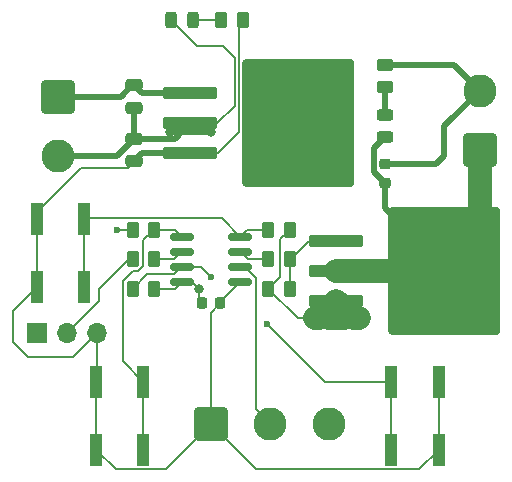
<source format=gtl>
%TF.GenerationSoftware,KiCad,Pcbnew,9.0.0*%
%TF.CreationDate,2025-03-26T19:28:16+01:00*%
%TF.ProjectId,attiny_pwm,61747469-6e79-45f7-9077-6d2e6b696361,1*%
%TF.SameCoordinates,Original*%
%TF.FileFunction,Copper,L1,Top*%
%TF.FilePolarity,Positive*%
%FSLAX46Y46*%
G04 Gerber Fmt 4.6, Leading zero omitted, Abs format (unit mm)*
G04 Created by KiCad (PCBNEW 9.0.0) date 2025-03-26 19:28:16*
%MOMM*%
%LPD*%
G01*
G04 APERTURE LIST*
G04 Aperture macros list*
%AMRoundRect*
0 Rectangle with rounded corners*
0 $1 Rounding radius*
0 $2 $3 $4 $5 $6 $7 $8 $9 X,Y pos of 4 corners*
0 Add a 4 corners polygon primitive as box body*
4,1,4,$2,$3,$4,$5,$6,$7,$8,$9,$2,$3,0*
0 Add four circle primitives for the rounded corners*
1,1,$1+$1,$2,$3*
1,1,$1+$1,$4,$5*
1,1,$1+$1,$6,$7*
1,1,$1+$1,$8,$9*
0 Add four rect primitives between the rounded corners*
20,1,$1+$1,$2,$3,$4,$5,0*
20,1,$1+$1,$4,$5,$6,$7,0*
20,1,$1+$1,$6,$7,$8,$9,0*
20,1,$1+$1,$8,$9,$2,$3,0*%
G04 Aperture macros list end*
%TA.AperFunction,SMDPad,CuDef*%
%ADD10R,1.000000X2.750000*%
%TD*%
%TA.AperFunction,SMDPad,CuDef*%
%ADD11RoundRect,0.218750X-0.256250X0.218750X-0.256250X-0.218750X0.256250X-0.218750X0.256250X0.218750X0*%
%TD*%
%TA.AperFunction,ComponentPad*%
%ADD12O,1.700000X1.700000*%
%TD*%
%TA.AperFunction,ComponentPad*%
%ADD13R,1.700000X1.700000*%
%TD*%
%TA.AperFunction,SMDPad,CuDef*%
%ADD14RoundRect,0.250000X-2.025000X-2.375000X2.025000X-2.375000X2.025000X2.375000X-2.025000X2.375000X0*%
%TD*%
%TA.AperFunction,SMDPad,CuDef*%
%ADD15RoundRect,0.250002X-4.449998X-5.149998X4.449998X-5.149998X4.449998X5.149998X-4.449998X5.149998X0*%
%TD*%
%TA.AperFunction,SMDPad,CuDef*%
%ADD16RoundRect,0.250000X-2.050000X-0.300000X2.050000X-0.300000X2.050000X0.300000X-2.050000X0.300000X0*%
%TD*%
%TA.AperFunction,SMDPad,CuDef*%
%ADD17RoundRect,0.250000X-0.450000X0.262500X-0.450000X-0.262500X0.450000X-0.262500X0.450000X0.262500X0*%
%TD*%
%TA.AperFunction,ComponentPad*%
%ADD18C,2.800000*%
%TD*%
%TA.AperFunction,ComponentPad*%
%ADD19RoundRect,0.250001X-1.149999X-1.149999X1.149999X-1.149999X1.149999X1.149999X-1.149999X1.149999X0*%
%TD*%
%TA.AperFunction,SMDPad,CuDef*%
%ADD20RoundRect,0.250000X-0.262500X-0.450000X0.262500X-0.450000X0.262500X0.450000X-0.262500X0.450000X0*%
%TD*%
%TA.AperFunction,SMDPad,CuDef*%
%ADD21RoundRect,0.250000X0.475000X-0.250000X0.475000X0.250000X-0.475000X0.250000X-0.475000X-0.250000X0*%
%TD*%
%TA.AperFunction,SMDPad,CuDef*%
%ADD22RoundRect,0.243750X-0.243750X-0.456250X0.243750X-0.456250X0.243750X0.456250X-0.243750X0.456250X0*%
%TD*%
%TA.AperFunction,SMDPad,CuDef*%
%ADD23RoundRect,0.250000X-0.475000X0.250000X-0.475000X-0.250000X0.475000X-0.250000X0.475000X0.250000X0*%
%TD*%
%TA.AperFunction,ComponentPad*%
%ADD24RoundRect,0.250001X1.149999X-1.149999X1.149999X1.149999X-1.149999X1.149999X-1.149999X-1.149999X0*%
%TD*%
%TA.AperFunction,ComponentPad*%
%ADD25RoundRect,0.250001X-1.149999X1.149999X-1.149999X-1.149999X1.149999X-1.149999X1.149999X1.149999X0*%
%TD*%
%TA.AperFunction,SMDPad,CuDef*%
%ADD26RoundRect,0.243750X0.456250X-0.243750X0.456250X0.243750X-0.456250X0.243750X-0.456250X-0.243750X0*%
%TD*%
%TA.AperFunction,SMDPad,CuDef*%
%ADD27RoundRect,0.150000X0.825000X0.150000X-0.825000X0.150000X-0.825000X-0.150000X0.825000X-0.150000X0*%
%TD*%
%TA.AperFunction,SMDPad,CuDef*%
%ADD28RoundRect,0.250000X0.262500X0.450000X-0.262500X0.450000X-0.262500X-0.450000X0.262500X-0.450000X0*%
%TD*%
%TA.AperFunction,SMDPad,CuDef*%
%ADD29RoundRect,0.225000X0.225000X0.250000X-0.225000X0.250000X-0.225000X-0.250000X0.225000X-0.250000X0*%
%TD*%
%TA.AperFunction,ViaPad*%
%ADD30C,0.800000*%
%TD*%
%TA.AperFunction,ViaPad*%
%ADD31C,0.600000*%
%TD*%
%TA.AperFunction,Conductor*%
%ADD32C,0.200000*%
%TD*%
%TA.AperFunction,Conductor*%
%ADD33C,2.000000*%
%TD*%
%TA.AperFunction,Conductor*%
%ADD34C,0.500000*%
%TD*%
G04 APERTURE END LIST*
D10*
%TO.P,SW2,2,2*%
%TO.N,Net-(U2-PA2)*%
X148673000Y-125507000D03*
X148673000Y-131257000D03*
%TO.P,SW2,1,1*%
%TO.N,5V*%
X144673000Y-125507000D03*
X144673000Y-131257000D03*
%TD*%
D11*
%TO.P,D2,2,A*%
%TO.N,Net-(D2-A)*%
X169173000Y-108669500D03*
%TO.P,D2,1,K*%
%TO.N,/Vin*%
X169173000Y-107094500D03*
%TD*%
D12*
%TO.P,J2,3,Pin_3*%
%TO.N,5V*%
X144728000Y-121382000D03*
%TO.P,J2,2,Pin_2*%
%TO.N,Net-(J2-Pin_2)*%
X142188000Y-121382000D03*
D13*
%TO.P,J2,1,Pin_1*%
%TO.N,GND*%
X139648000Y-121382000D03*
%TD*%
D14*
%TO.P,U1,4*%
%TO.N,N/C*%
X164223000Y-106407000D03*
X164223000Y-100857000D03*
D15*
X161798000Y-103632000D03*
D14*
X159373000Y-106407000D03*
X159373000Y-100857000D03*
D16*
%TO.P,U1,3,VO*%
%TO.N,5V*%
X152648000Y-106172000D03*
%TO.P,U1,2,GND*%
%TO.N,GND*%
X152648000Y-103632000D03*
%TO.P,U1,1,VI*%
%TO.N,/Vin*%
X152648000Y-101092000D03*
%TD*%
D17*
%TO.P,R8,2*%
%TO.N,Net-(D3-A)*%
X169173000Y-100544500D03*
%TO.P,R8,1*%
%TO.N,/Vin*%
X169173000Y-98719500D03*
%TD*%
D18*
%TO.P,RV1,3,3*%
%TO.N,GND*%
X164423000Y-129099500D03*
%TO.P,RV1,2,2*%
%TO.N,Net-(U2-PA6)*%
X159423000Y-129099500D03*
D19*
%TO.P,RV1,1,1*%
%TO.N,5V*%
X154423000Y-129099500D03*
%TD*%
D20*
%TO.P,R6,2*%
%TO.N,GND*%
X149585500Y-117632000D03*
%TO.P,R6,1*%
%TO.N,Net-(U2-PA3)*%
X147760500Y-117632000D03*
%TD*%
%TO.P,R2,2*%
%TO.N,Net-(U2-~{RESET}{slash}PA0)*%
X149585500Y-115132000D03*
%TO.P,R2,1*%
%TO.N,Net-(J2-Pin_2)*%
X147760500Y-115132000D03*
%TD*%
D10*
%TO.P,SW1,2,2*%
%TO.N,Net-(U2-PA1)*%
X143673000Y-111757000D03*
X143673000Y-117507000D03*
%TO.P,SW1,1,1*%
%TO.N,5V*%
X139673000Y-111757000D03*
X139673000Y-117507000D03*
%TD*%
D21*
%TO.P,C2,2*%
%TO.N,GND*%
X147923000Y-104932000D03*
%TO.P,C2,1*%
%TO.N,5V*%
X147923000Y-106832000D03*
%TD*%
D20*
%TO.P,R7,2*%
%TO.N,Net-(Q1-G)*%
X161085500Y-117632000D03*
%TO.P,R7,1*%
%TO.N,GND*%
X159260500Y-117632000D03*
%TD*%
D22*
%TO.P,D1,2,A*%
%TO.N,Net-(D1-A)*%
X152860500Y-94882000D03*
%TO.P,D1,1,K*%
%TO.N,GND*%
X150985500Y-94882000D03*
%TD*%
D23*
%TO.P,C1,2*%
%TO.N,GND*%
X147923000Y-102332000D03*
%TO.P,C1,1*%
%TO.N,/Vin*%
X147923000Y-100432000D03*
%TD*%
D18*
%TO.P,J1,2,Pin_2*%
%TO.N,/Vin*%
X177140500Y-100882000D03*
D24*
%TO.P,J1,1,Pin_1*%
%TO.N,Net-(D2-A)*%
X177140500Y-105882000D03*
%TD*%
D10*
%TO.P,SW3,2,2*%
%TO.N,Net-(U2-PA3)*%
X169673000Y-131257000D03*
X169673000Y-125507000D03*
%TO.P,SW3,1,1*%
%TO.N,5V*%
X173673000Y-131257000D03*
X173673000Y-125507000D03*
%TD*%
D16*
%TO.P,Q1,3,S*%
%TO.N,GND*%
X165023000Y-118672000D03*
D14*
%TO.P,Q1,2,D*%
%TO.N,Net-(D2-A)*%
X176598000Y-118907000D03*
X176598000Y-113357000D03*
D15*
X174173000Y-116132000D03*
D14*
X171748000Y-118907000D03*
X171748000Y-113357000D03*
D16*
X165023000Y-116132000D03*
%TO.P,Q1,1,G*%
%TO.N,Net-(Q1-G)*%
X165023000Y-113592000D03*
%TD*%
D18*
%TO.P,BT1,2,-*%
%TO.N,GND*%
X141455500Y-106382000D03*
D25*
%TO.P,BT1,1,+*%
%TO.N,/Vin*%
X141455500Y-101382000D03*
%TD*%
D26*
%TO.P,D3,2,A*%
%TO.N,Net-(D3-A)*%
X169173000Y-102944500D03*
%TO.P,D3,1,K*%
%TO.N,Net-(D2-A)*%
X169173000Y-104819500D03*
%TD*%
D27*
%TO.P,U2,8,GND*%
%TO.N,GND*%
X151948000Y-117037000D03*
%TO.P,U2,7,PA3*%
%TO.N,Net-(U2-PA3)*%
X151948000Y-115767000D03*
%TO.P,U2,6,~{RESET}/PA0*%
%TO.N,Net-(U2-~{RESET}{slash}PA0)*%
X151948000Y-114497000D03*
%TO.P,U2,5,PA2*%
%TO.N,Net-(U2-PA2)*%
X151948000Y-113227000D03*
%TO.P,U2,4,PA1*%
%TO.N,Net-(U2-PA1)*%
X156898000Y-113227000D03*
%TO.P,U2,3,PA7*%
%TO.N,/PWM_O*%
X156898000Y-114497000D03*
%TO.P,U2,2,PA6*%
%TO.N,Net-(U2-PA6)*%
X156898000Y-115767000D03*
%TO.P,U2,1,VCC*%
%TO.N,5V*%
X156898000Y-117037000D03*
%TD*%
D28*
%TO.P,R5,2*%
%TO.N,GND*%
X147760500Y-112632000D03*
%TO.P,R5,1*%
%TO.N,Net-(U2-PA2)*%
X149585500Y-112632000D03*
%TD*%
D20*
%TO.P,R1,2*%
%TO.N,5V*%
X157085500Y-94882000D03*
%TO.P,R1,1*%
%TO.N,Net-(D1-A)*%
X155260500Y-94882000D03*
%TD*%
D28*
%TO.P,R3,2*%
%TO.N,/PWM_O*%
X159260500Y-115132000D03*
%TO.P,R3,1*%
%TO.N,Net-(Q1-G)*%
X161085500Y-115132000D03*
%TD*%
D20*
%TO.P,R4,2*%
%TO.N,GND*%
X161085500Y-112632000D03*
%TO.P,R4,1*%
%TO.N,Net-(U2-PA1)*%
X159260500Y-112632000D03*
%TD*%
D29*
%TO.P,C3,2*%
%TO.N,GND*%
X153648000Y-118882000D03*
%TO.P,C3,1*%
%TO.N,5V*%
X155198000Y-118882000D03*
%TD*%
D30*
%TO.N,GND*%
X163173000Y-120132000D03*
X165673000Y-120132000D03*
X166923000Y-120132000D03*
X154423000Y-104382000D03*
X153423000Y-117632000D03*
D31*
X146423000Y-112632000D03*
D30*
X164423000Y-120132000D03*
X150923000Y-104382000D03*
D31*
%TO.N,Net-(U2-PA3)*%
X159173000Y-120632000D03*
X154423000Y-116632000D03*
%TD*%
D32*
%TO.N,/PWM_O*%
X157533000Y-115132000D02*
X156898000Y-114497000D01*
X159260500Y-115132000D02*
X157533000Y-115132000D01*
%TO.N,Net-(U2-PA1)*%
X157493000Y-112632000D02*
X156898000Y-113227000D01*
X159260500Y-112632000D02*
X157493000Y-112632000D01*
X156898000Y-113227000D02*
X155302000Y-111631000D01*
X155302000Y-111631000D02*
X143799000Y-111631000D01*
X143673000Y-111757000D02*
X143673000Y-117507000D01*
X143799000Y-111631000D02*
X143673000Y-111757000D01*
D33*
%TO.N,Net-(D2-A)*%
X177140500Y-113164500D02*
X174173000Y-116132000D01*
X165023000Y-116132000D02*
X174173000Y-116132000D01*
X177140500Y-105882000D02*
X177140500Y-113164500D01*
D34*
%TO.N,/Vin*%
X169173000Y-107094500D02*
X173460500Y-107094500D01*
X174173000Y-106382000D02*
X174173000Y-103849500D01*
X174173000Y-103849500D02*
X177140500Y-100882000D01*
X174978000Y-98719500D02*
X177140500Y-100882000D01*
X146773000Y-101382000D02*
X141455500Y-101382000D01*
X152648000Y-101092000D02*
X148583000Y-101092000D01*
X147923000Y-100432000D02*
X147723000Y-100432000D01*
X147723000Y-100432000D02*
X146773000Y-101382000D01*
X148583000Y-101092000D02*
X147923000Y-100432000D01*
X169173000Y-98719500D02*
X174978000Y-98719500D01*
X173460500Y-107094500D02*
X174173000Y-106382000D01*
D33*
%TO.N,GND*%
X166923000Y-120132000D02*
X166483000Y-120132000D01*
D32*
X149585500Y-117632000D02*
X151353000Y-117632000D01*
X153423000Y-118657000D02*
X153648000Y-118882000D01*
X159260500Y-117632000D02*
X161760500Y-120132000D01*
X153423000Y-117632000D02*
X153423000Y-118657000D01*
X156396000Y-98105000D02*
X156396000Y-102184000D01*
D34*
X150923000Y-104382000D02*
X154423000Y-104382000D01*
D32*
X151948000Y-117037000D02*
X152828000Y-117037000D01*
X161760500Y-120132000D02*
X163173000Y-120132000D01*
D33*
X166483000Y-120132000D02*
X165023000Y-118672000D01*
D34*
X151348000Y-104932000D02*
X152648000Y-103632000D01*
X154423000Y-104382000D02*
X153398000Y-104382000D01*
D33*
X164423000Y-120132000D02*
X165673000Y-120132000D01*
D34*
X151898000Y-104382000D02*
X152648000Y-103632000D01*
D32*
X147760500Y-112632000D02*
X146423000Y-112632000D01*
X155423000Y-97132000D02*
X156396000Y-98105000D01*
D34*
X150923000Y-104382000D02*
X151898000Y-104382000D01*
D32*
X153235500Y-97132000D02*
X155423000Y-97132000D01*
D34*
X153398000Y-104382000D02*
X152648000Y-103632000D01*
X141455500Y-106382000D02*
X146473000Y-106382000D01*
D32*
X160272000Y-113445500D02*
X161085500Y-112632000D01*
X151353000Y-117632000D02*
X151948000Y-117037000D01*
X160272000Y-116620500D02*
X160272000Y-113445500D01*
X156396000Y-102184000D02*
X154948000Y-103632000D01*
X154948000Y-103632000D02*
X152648000Y-103632000D01*
X150985500Y-94882000D02*
X153235500Y-97132000D01*
D34*
X147923000Y-102332000D02*
X147923000Y-104932000D01*
D33*
X163173000Y-120132000D02*
X163563000Y-120132000D01*
D34*
X146473000Y-106382000D02*
X147923000Y-104932000D01*
X147923000Y-104932000D02*
X151348000Y-104932000D01*
D33*
X163563000Y-120132000D02*
X165023000Y-118672000D01*
D32*
X152828000Y-117037000D02*
X153423000Y-117632000D01*
X159260500Y-117632000D02*
X160272000Y-116620500D01*
%TO.N,5V*%
X150589500Y-132933000D02*
X154423000Y-129099500D01*
X173673000Y-131257000D02*
X171997000Y-132933000D01*
D34*
X152648000Y-106172000D02*
X148583000Y-106172000D01*
D32*
X142728000Y-123382000D02*
X138923000Y-123382000D01*
X171997000Y-132933000D02*
X158256500Y-132933000D01*
X154423000Y-119657000D02*
X155198000Y-118882000D01*
X155198000Y-118737000D02*
X156898000Y-117037000D01*
X156797000Y-104382000D02*
X155007000Y-106172000D01*
X144673000Y-125132000D02*
X144728000Y-125077000D01*
X144673000Y-131257000D02*
X146349000Y-132933000D01*
X173673000Y-131257000D02*
X173673000Y-125507000D01*
X156797000Y-95170500D02*
X156797000Y-104382000D01*
X155007000Y-106172000D02*
X152648000Y-106172000D01*
X137673000Y-122132000D02*
X137673000Y-119507000D01*
X154423000Y-129099500D02*
X154423000Y-119657000D01*
X158256500Y-132933000D02*
X154423000Y-129099500D01*
X144673000Y-131257000D02*
X144673000Y-125507000D01*
X144728000Y-125077000D02*
X144728000Y-121382000D01*
X139673000Y-111132000D02*
X143423000Y-107382000D01*
X144673000Y-125507000D02*
X144673000Y-125132000D01*
X143423000Y-107382000D02*
X147373000Y-107382000D01*
X155198000Y-118882000D02*
X155198000Y-118737000D01*
X144728000Y-121382000D02*
X142728000Y-123382000D01*
X139673000Y-111757000D02*
X139673000Y-111132000D01*
D34*
X148583000Y-106172000D02*
X147923000Y-106832000D01*
D32*
X147373000Y-107382000D02*
X147923000Y-106832000D01*
X146349000Y-132933000D02*
X150589500Y-132933000D01*
X157085500Y-94882000D02*
X156797000Y-95170500D01*
X139673000Y-111757000D02*
X139673000Y-117507000D01*
X137673000Y-119507000D02*
X139673000Y-117507000D01*
X138923000Y-123382000D02*
X137673000Y-122132000D01*
%TO.N,Net-(D1-A)*%
X152860500Y-94882000D02*
X155260500Y-94882000D01*
D34*
%TO.N,Net-(D2-A)*%
X169173000Y-110782000D02*
X171748000Y-113357000D01*
X169173000Y-104819500D02*
X168247000Y-105745500D01*
X168247000Y-105745500D02*
X168247000Y-107743500D01*
X168247000Y-107743500D02*
X169173000Y-108669500D01*
X169173000Y-108669500D02*
X169173000Y-110782000D01*
%TO.N,Net-(D3-A)*%
X169173000Y-100544500D02*
X169173000Y-102944500D01*
D32*
%TO.N,Net-(J2-Pin_2)*%
X147423000Y-115132000D02*
X147760500Y-115132000D01*
X144923000Y-118647000D02*
X144923000Y-117632000D01*
X144923000Y-117632000D02*
X147423000Y-115132000D01*
X142188000Y-121382000D02*
X144923000Y-118647000D01*
%TO.N,Net-(Q1-G)*%
X162713000Y-113592000D02*
X165023000Y-113592000D01*
X161085500Y-117632000D02*
X161085500Y-115132000D01*
X161085500Y-115132000D02*
X161173000Y-115132000D01*
X161173000Y-115132000D02*
X162713000Y-113592000D01*
%TO.N,Net-(U2-~{RESET}{slash}PA0)*%
X149585500Y-115132000D02*
X151313000Y-115132000D01*
X151313000Y-115132000D02*
X151948000Y-114497000D01*
%TO.N,Net-(U2-PA6)*%
X157244968Y-115767000D02*
X156898000Y-115767000D01*
X159423000Y-129099500D02*
X158174000Y-127850500D01*
X158174000Y-116696032D02*
X157244968Y-115767000D01*
X158174000Y-127850500D02*
X158174000Y-116696032D01*
%TO.N,Net-(U2-PA2)*%
X148258160Y-116133000D02*
X148673000Y-115718160D01*
X148673000Y-113544500D02*
X149585500Y-112632000D01*
X147760840Y-116133000D02*
X148258160Y-116133000D01*
X148673000Y-115718160D02*
X148673000Y-113544500D01*
X146947000Y-123781000D02*
X146947000Y-116946840D01*
X152294968Y-113227000D02*
X151948000Y-113227000D01*
X151353000Y-112632000D02*
X151948000Y-113227000D01*
X148673000Y-125507000D02*
X146947000Y-123781000D01*
X149585500Y-112632000D02*
X151353000Y-112632000D01*
X148673000Y-131257000D02*
X148673000Y-125507000D01*
X146947000Y-116946840D02*
X147760840Y-116133000D01*
%TO.N,Net-(U2-PA3)*%
X147760500Y-117632000D02*
X148956500Y-116436000D01*
X154423000Y-116632000D02*
X153558000Y-115767000D01*
X148956500Y-116436000D02*
X151279000Y-116436000D01*
X169673000Y-125507000D02*
X164048000Y-125507000D01*
X169673000Y-131257000D02*
X169673000Y-125507000D01*
X151279000Y-116436000D02*
X151948000Y-115767000D01*
X153558000Y-115767000D02*
X151948000Y-115767000D01*
X164048000Y-125507000D02*
X159173000Y-120632000D01*
%TD*%
M02*

</source>
